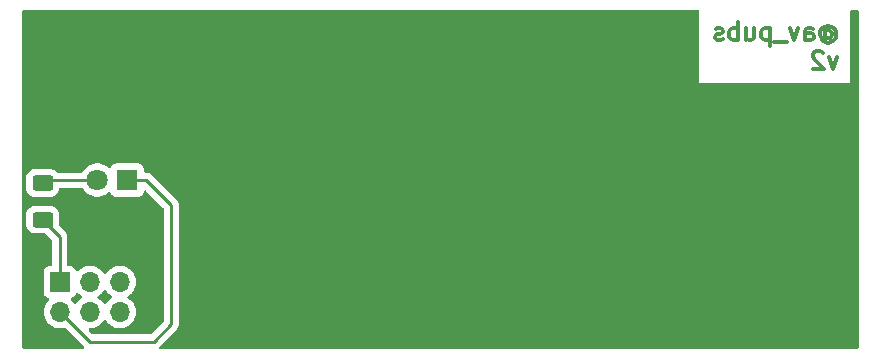
<source format=gbr>
G04 #@! TF.GenerationSoftware,KiCad,Pcbnew,(6.99.0-2452-gdb4f2d9dd8)*
G04 #@! TF.CreationDate,2022-08-02T17:30:29-05:00*
G04 #@! TF.ProjectId,Blue Origin,426c7565-204f-4726-9967-696e2e6b6963,rev?*
G04 #@! TF.SameCoordinates,Original*
G04 #@! TF.FileFunction,Copper,L2,Bot*
G04 #@! TF.FilePolarity,Positive*
%FSLAX46Y46*%
G04 Gerber Fmt 4.6, Leading zero omitted, Abs format (unit mm)*
G04 Created by KiCad (PCBNEW (6.99.0-2452-gdb4f2d9dd8)) date 2022-08-02 17:30:29*
%MOMM*%
%LPD*%
G01*
G04 APERTURE LIST*
G04 Aperture macros list*
%AMRoundRect*
0 Rectangle with rounded corners*
0 $1 Rounding radius*
0 $2 $3 $4 $5 $6 $7 $8 $9 X,Y pos of 4 corners*
0 Add a 4 corners polygon primitive as box body*
4,1,4,$2,$3,$4,$5,$6,$7,$8,$9,$2,$3,0*
0 Add four circle primitives for the rounded corners*
1,1,$1+$1,$2,$3*
1,1,$1+$1,$4,$5*
1,1,$1+$1,$6,$7*
1,1,$1+$1,$8,$9*
0 Add four rect primitives between the rounded corners*
20,1,$1+$1,$2,$3,$4,$5,0*
20,1,$1+$1,$4,$5,$6,$7,0*
20,1,$1+$1,$6,$7,$8,$9,0*
20,1,$1+$1,$8,$9,$2,$3,0*%
G04 Aperture macros list end*
%ADD10C,0.300000*%
G04 #@! TA.AperFunction,NonConductor*
%ADD11C,0.300000*%
G04 #@! TD*
G04 #@! TA.AperFunction,ComponentPad*
%ADD12R,1.800000X1.800000*%
G04 #@! TD*
G04 #@! TA.AperFunction,ComponentPad*
%ADD13C,1.800000*%
G04 #@! TD*
G04 #@! TA.AperFunction,ComponentPad*
%ADD14R,1.700000X1.700000*%
G04 #@! TD*
G04 #@! TA.AperFunction,ComponentPad*
%ADD15O,1.700000X1.700000*%
G04 #@! TD*
G04 #@! TA.AperFunction,SMDPad,CuDef*
%ADD16RoundRect,0.250000X-0.625000X0.400000X-0.625000X-0.400000X0.625000X-0.400000X0.625000X0.400000X0*%
G04 #@! TD*
G04 #@! TA.AperFunction,Conductor*
%ADD17C,0.250000*%
G04 #@! TD*
G04 APERTURE END LIST*
D10*
D11*
X167914285Y-48129285D02*
X167985714Y-48057857D01*
X167985714Y-48057857D02*
X168128571Y-47986428D01*
X168128571Y-47986428D02*
X168271428Y-47986428D01*
X168271428Y-47986428D02*
X168414285Y-48057857D01*
X168414285Y-48057857D02*
X168485714Y-48129285D01*
X168485714Y-48129285D02*
X168557142Y-48272142D01*
X168557142Y-48272142D02*
X168557142Y-48415000D01*
X168557142Y-48415000D02*
X168485714Y-48557857D01*
X168485714Y-48557857D02*
X168414285Y-48629285D01*
X168414285Y-48629285D02*
X168271428Y-48700714D01*
X168271428Y-48700714D02*
X168128571Y-48700714D01*
X168128571Y-48700714D02*
X167985714Y-48629285D01*
X167985714Y-48629285D02*
X167914285Y-48557857D01*
X167914285Y-47986428D02*
X167914285Y-48557857D01*
X167914285Y-48557857D02*
X167842857Y-48629285D01*
X167842857Y-48629285D02*
X167771428Y-48629285D01*
X167771428Y-48629285D02*
X167628571Y-48557857D01*
X167628571Y-48557857D02*
X167557142Y-48415000D01*
X167557142Y-48415000D02*
X167557142Y-48057857D01*
X167557142Y-48057857D02*
X167700000Y-47843571D01*
X167700000Y-47843571D02*
X167914285Y-47700714D01*
X167914285Y-47700714D02*
X168200000Y-47629285D01*
X168200000Y-47629285D02*
X168485714Y-47700714D01*
X168485714Y-47700714D02*
X168700000Y-47843571D01*
X168700000Y-47843571D02*
X168842857Y-48057857D01*
X168842857Y-48057857D02*
X168914285Y-48343571D01*
X168914285Y-48343571D02*
X168842857Y-48629285D01*
X168842857Y-48629285D02*
X168700000Y-48843571D01*
X168700000Y-48843571D02*
X168485714Y-48986428D01*
X168485714Y-48986428D02*
X168200000Y-49057857D01*
X168200000Y-49057857D02*
X167914285Y-48986428D01*
X167914285Y-48986428D02*
X167700000Y-48843571D01*
X166271429Y-48843571D02*
X166271429Y-48057857D01*
X166271429Y-48057857D02*
X166342857Y-47915000D01*
X166342857Y-47915000D02*
X166485714Y-47843571D01*
X166485714Y-47843571D02*
X166771429Y-47843571D01*
X166771429Y-47843571D02*
X166914286Y-47915000D01*
X166271429Y-48772142D02*
X166414286Y-48843571D01*
X166414286Y-48843571D02*
X166771429Y-48843571D01*
X166771429Y-48843571D02*
X166914286Y-48772142D01*
X166914286Y-48772142D02*
X166985714Y-48629285D01*
X166985714Y-48629285D02*
X166985714Y-48486428D01*
X166985714Y-48486428D02*
X166914286Y-48343571D01*
X166914286Y-48343571D02*
X166771429Y-48272142D01*
X166771429Y-48272142D02*
X166414286Y-48272142D01*
X166414286Y-48272142D02*
X166271429Y-48200714D01*
X165700000Y-47843571D02*
X165342857Y-48843571D01*
X165342857Y-48843571D02*
X164985714Y-47843571D01*
X164771429Y-48986428D02*
X163628571Y-48986428D01*
X163271429Y-47843571D02*
X163271429Y-49343571D01*
X163271429Y-47915000D02*
X163128572Y-47843571D01*
X163128572Y-47843571D02*
X162842857Y-47843571D01*
X162842857Y-47843571D02*
X162700000Y-47915000D01*
X162700000Y-47915000D02*
X162628572Y-47986428D01*
X162628572Y-47986428D02*
X162557143Y-48129285D01*
X162557143Y-48129285D02*
X162557143Y-48557857D01*
X162557143Y-48557857D02*
X162628572Y-48700714D01*
X162628572Y-48700714D02*
X162700000Y-48772142D01*
X162700000Y-48772142D02*
X162842857Y-48843571D01*
X162842857Y-48843571D02*
X163128572Y-48843571D01*
X163128572Y-48843571D02*
X163271429Y-48772142D01*
X161271429Y-47843571D02*
X161271429Y-48843571D01*
X161914286Y-47843571D02*
X161914286Y-48629285D01*
X161914286Y-48629285D02*
X161842857Y-48772142D01*
X161842857Y-48772142D02*
X161700000Y-48843571D01*
X161700000Y-48843571D02*
X161485714Y-48843571D01*
X161485714Y-48843571D02*
X161342857Y-48772142D01*
X161342857Y-48772142D02*
X161271429Y-48700714D01*
X160557143Y-48843571D02*
X160557143Y-47343571D01*
X160557143Y-47915000D02*
X160414286Y-47843571D01*
X160414286Y-47843571D02*
X160128571Y-47843571D01*
X160128571Y-47843571D02*
X159985714Y-47915000D01*
X159985714Y-47915000D02*
X159914286Y-47986428D01*
X159914286Y-47986428D02*
X159842857Y-48129285D01*
X159842857Y-48129285D02*
X159842857Y-48557857D01*
X159842857Y-48557857D02*
X159914286Y-48700714D01*
X159914286Y-48700714D02*
X159985714Y-48772142D01*
X159985714Y-48772142D02*
X160128571Y-48843571D01*
X160128571Y-48843571D02*
X160414286Y-48843571D01*
X160414286Y-48843571D02*
X160557143Y-48772142D01*
X159271428Y-48772142D02*
X159128571Y-48843571D01*
X159128571Y-48843571D02*
X158842857Y-48843571D01*
X158842857Y-48843571D02*
X158700000Y-48772142D01*
X158700000Y-48772142D02*
X158628571Y-48629285D01*
X158628571Y-48629285D02*
X158628571Y-48557857D01*
X158628571Y-48557857D02*
X158700000Y-48415000D01*
X158700000Y-48415000D02*
X158842857Y-48343571D01*
X158842857Y-48343571D02*
X159057143Y-48343571D01*
X159057143Y-48343571D02*
X159200000Y-48272142D01*
X159200000Y-48272142D02*
X159271428Y-48129285D01*
X159271428Y-48129285D02*
X159271428Y-48057857D01*
X159271428Y-48057857D02*
X159200000Y-47915000D01*
X159200000Y-47915000D02*
X159057143Y-47843571D01*
X159057143Y-47843571D02*
X158842857Y-47843571D01*
X158842857Y-47843571D02*
X158700000Y-47915000D01*
X168985714Y-50273571D02*
X168628571Y-51273571D01*
X168628571Y-51273571D02*
X168271428Y-50273571D01*
X167771428Y-49916428D02*
X167700000Y-49845000D01*
X167700000Y-49845000D02*
X167557143Y-49773571D01*
X167557143Y-49773571D02*
X167200000Y-49773571D01*
X167200000Y-49773571D02*
X167057143Y-49845000D01*
X167057143Y-49845000D02*
X166985714Y-49916428D01*
X166985714Y-49916428D02*
X166914285Y-50059285D01*
X166914285Y-50059285D02*
X166914285Y-50202142D01*
X166914285Y-50202142D02*
X166985714Y-50416428D01*
X166985714Y-50416428D02*
X167842857Y-51273571D01*
X167842857Y-51273571D02*
X166914285Y-51273571D01*
D12*
X108869999Y-60699999D03*
D13*
X106330000Y-60700000D03*
D14*
X103159999Y-69329999D03*
D15*
X103159999Y-71869999D03*
X105699999Y-69329999D03*
X105699999Y-71869999D03*
X108239999Y-69329999D03*
X108239999Y-71869999D03*
D16*
X101700000Y-60950000D03*
X101700000Y-64050000D03*
D17*
X112600000Y-62800000D02*
X112600000Y-72900000D01*
X112600000Y-72900000D02*
X111100000Y-74400000D01*
X108870000Y-60700000D02*
X110500000Y-60700000D01*
X110500000Y-60700000D02*
X112600000Y-62800000D01*
X111100000Y-74400000D02*
X105690000Y-74400000D01*
X105690000Y-74400000D02*
X103160000Y-71870000D01*
X101700000Y-60950000D02*
X101950000Y-60700000D01*
X101950000Y-60700000D02*
X106330000Y-60700000D01*
X103160000Y-69330000D02*
X103160000Y-65510000D01*
X103160000Y-65510000D02*
X101700000Y-64050000D01*
G04 #@! TA.AperFunction,NonConductor*
G36*
X107053226Y-70005670D02*
G01*
X107075483Y-70031357D01*
X107164278Y-70167268D01*
X107167803Y-70171097D01*
X107167806Y-70171101D01*
X107232511Y-70241388D01*
X107316760Y-70332906D01*
X107494424Y-70471189D01*
X107499005Y-70473668D01*
X107527680Y-70489186D01*
X107578071Y-70539199D01*
X107593423Y-70608516D01*
X107568863Y-70675129D01*
X107527681Y-70710813D01*
X107494424Y-70728811D01*
X107490313Y-70732010D01*
X107490311Y-70732012D01*
X107335861Y-70852227D01*
X107316760Y-70867094D01*
X107313228Y-70870931D01*
X107167806Y-71028899D01*
X107167803Y-71028903D01*
X107164278Y-71032732D01*
X107161427Y-71037096D01*
X107075483Y-71168643D01*
X107021479Y-71214732D01*
X106951132Y-71224307D01*
X106886774Y-71194330D01*
X106864517Y-71168643D01*
X106778573Y-71037096D01*
X106775722Y-71032732D01*
X106772197Y-71028903D01*
X106772194Y-71028899D01*
X106626772Y-70870931D01*
X106623240Y-70867094D01*
X106604139Y-70852227D01*
X106449689Y-70732012D01*
X106449687Y-70732010D01*
X106445576Y-70728811D01*
X106412320Y-70710814D01*
X106361929Y-70660801D01*
X106346577Y-70591484D01*
X106371137Y-70524871D01*
X106412320Y-70489186D01*
X106440995Y-70473668D01*
X106445576Y-70471189D01*
X106623240Y-70332906D01*
X106707489Y-70241388D01*
X106772194Y-70171101D01*
X106772197Y-70171097D01*
X106775722Y-70167268D01*
X106864517Y-70031357D01*
X106918521Y-69985268D01*
X106988868Y-69975693D01*
X107053226Y-70005670D01*
G37*
G04 #@! TD.AperFunction*
G04 #@! TA.AperFunction,NonConductor*
G36*
X104683439Y-70241388D02*
G01*
X104715755Y-70266638D01*
X104736526Y-70289201D01*
X104776760Y-70332906D01*
X104954424Y-70471189D01*
X104959005Y-70473668D01*
X104987680Y-70489186D01*
X105038071Y-70539199D01*
X105053423Y-70608516D01*
X105028863Y-70675129D01*
X104987681Y-70710813D01*
X104954424Y-70728811D01*
X104950313Y-70732010D01*
X104950311Y-70732012D01*
X104795861Y-70852227D01*
X104776760Y-70867094D01*
X104773228Y-70870931D01*
X104627806Y-71028899D01*
X104627803Y-71028903D01*
X104624278Y-71032732D01*
X104621427Y-71037096D01*
X104535483Y-71168643D01*
X104481479Y-71214732D01*
X104411132Y-71224307D01*
X104346774Y-71194330D01*
X104324517Y-71168643D01*
X104238573Y-71037096D01*
X104235722Y-71032732D01*
X104232197Y-71028903D01*
X104232194Y-71028899D01*
X104092525Y-70877180D01*
X104061104Y-70813515D01*
X104069091Y-70742969D01*
X104113949Y-70687940D01*
X104141191Y-70673787D01*
X104256204Y-70630889D01*
X104268536Y-70621658D01*
X104366050Y-70548659D01*
X104373261Y-70543261D01*
X104460889Y-70426204D01*
X104504998Y-70307944D01*
X104547545Y-70251108D01*
X104614065Y-70226297D01*
X104683439Y-70241388D01*
G37*
G04 #@! TD.AperFunction*
G04 #@! TA.AperFunction,NonConductor*
G36*
X157251478Y-46320502D02*
G01*
X157297971Y-46374158D01*
X157309357Y-46426500D01*
X157309357Y-52483500D01*
X170083500Y-52483500D01*
X170083500Y-46426500D01*
X170103502Y-46358379D01*
X170157158Y-46311886D01*
X170209500Y-46300500D01*
X170673500Y-46300500D01*
X170741621Y-46320502D01*
X170788114Y-46374158D01*
X170799500Y-46426500D01*
X170799500Y-74873500D01*
X170779498Y-74941621D01*
X170725842Y-74988114D01*
X170673500Y-74999500D01*
X111700594Y-74999500D01*
X111632473Y-74979498D01*
X111585980Y-74925842D01*
X111575876Y-74855568D01*
X111605370Y-74790988D01*
X111611499Y-74784405D01*
X112992247Y-73403657D01*
X113000537Y-73396113D01*
X113007018Y-73392000D01*
X113053659Y-73342332D01*
X113056413Y-73339491D01*
X113076134Y-73319770D01*
X113078612Y-73316575D01*
X113086318Y-73307553D01*
X113111158Y-73281101D01*
X113116586Y-73275321D01*
X113126346Y-73257568D01*
X113137199Y-73241045D01*
X113144753Y-73231306D01*
X113149613Y-73225041D01*
X113167176Y-73184457D01*
X113172383Y-73173827D01*
X113193695Y-73135060D01*
X113195666Y-73127383D01*
X113195668Y-73127378D01*
X113198732Y-73115442D01*
X113205138Y-73096730D01*
X113210034Y-73085417D01*
X113213181Y-73078145D01*
X113220097Y-73034481D01*
X113222504Y-73022860D01*
X113231528Y-72987711D01*
X113231528Y-72987710D01*
X113233500Y-72980030D01*
X113233500Y-72959769D01*
X113235051Y-72940058D01*
X113236979Y-72927885D01*
X113238219Y-72920057D01*
X113234059Y-72876046D01*
X113233500Y-72864189D01*
X113233500Y-62878763D01*
X113234027Y-62867579D01*
X113235701Y-62860091D01*
X113233562Y-62792032D01*
X113233500Y-62788075D01*
X113233500Y-62760144D01*
X113232994Y-62756138D01*
X113232061Y-62744292D01*
X113230922Y-62708037D01*
X113230673Y-62700110D01*
X113225022Y-62680658D01*
X113221014Y-62661306D01*
X113219468Y-62649068D01*
X113219467Y-62649066D01*
X113218474Y-62641203D01*
X113202194Y-62600086D01*
X113198359Y-62588885D01*
X113186018Y-62546406D01*
X113181985Y-62539587D01*
X113181983Y-62539582D01*
X113175707Y-62528971D01*
X113167010Y-62511221D01*
X113159552Y-62492383D01*
X113133571Y-62456623D01*
X113127053Y-62446701D01*
X113108578Y-62415460D01*
X113108574Y-62415455D01*
X113104542Y-62408637D01*
X113090218Y-62394313D01*
X113077376Y-62379278D01*
X113065472Y-62362893D01*
X113031406Y-62334711D01*
X113022627Y-62326722D01*
X111003652Y-60307747D01*
X110996112Y-60299461D01*
X110992000Y-60292982D01*
X110942348Y-60246356D01*
X110939507Y-60243602D01*
X110919770Y-60223865D01*
X110916573Y-60221385D01*
X110907551Y-60213680D01*
X110881100Y-60188841D01*
X110875321Y-60183414D01*
X110868375Y-60179595D01*
X110868372Y-60179593D01*
X110857566Y-60173652D01*
X110841047Y-60162801D01*
X110840583Y-60162441D01*
X110825041Y-60150386D01*
X110817772Y-60147241D01*
X110817768Y-60147238D01*
X110784463Y-60132826D01*
X110773813Y-60127609D01*
X110735060Y-60106305D01*
X110715437Y-60101267D01*
X110696734Y-60094863D01*
X110685420Y-60089967D01*
X110685419Y-60089967D01*
X110678145Y-60086819D01*
X110670322Y-60085580D01*
X110670312Y-60085577D01*
X110634476Y-60079901D01*
X110622856Y-60077495D01*
X110587711Y-60068472D01*
X110587710Y-60068472D01*
X110580030Y-60066500D01*
X110559776Y-60066500D01*
X110540065Y-60064949D01*
X110527886Y-60063020D01*
X110520057Y-60061780D01*
X110512165Y-60062526D01*
X110476039Y-60065941D01*
X110464181Y-60066500D01*
X110404500Y-60066500D01*
X110336379Y-60046498D01*
X110289886Y-59992842D01*
X110278500Y-59940500D01*
X110278500Y-59751362D01*
X110271989Y-59690799D01*
X110220889Y-59553796D01*
X110133261Y-59436739D01*
X110016204Y-59349111D01*
X109879201Y-59298011D01*
X109842295Y-59294043D01*
X109821988Y-59291860D01*
X109821985Y-59291860D01*
X109818638Y-59291500D01*
X107921362Y-59291500D01*
X107918015Y-59291860D01*
X107918012Y-59291860D01*
X107897705Y-59294043D01*
X107860799Y-59298011D01*
X107723796Y-59349111D01*
X107606739Y-59436739D01*
X107519111Y-59553796D01*
X107515963Y-59562237D01*
X107515961Y-59562241D01*
X107495638Y-59616726D01*
X107453091Y-59673561D01*
X107386571Y-59698371D01*
X107317197Y-59683279D01*
X107292248Y-59665395D01*
X107290747Y-59664014D01*
X107287220Y-59660182D01*
X107103017Y-59516810D01*
X106968383Y-59443950D01*
X106902312Y-59408194D01*
X106902309Y-59408193D01*
X106897727Y-59405713D01*
X106676951Y-59329920D01*
X106671817Y-59329063D01*
X106671812Y-59329062D01*
X106451849Y-59292357D01*
X106451846Y-59292357D01*
X106446712Y-59291500D01*
X106213288Y-59291500D01*
X106208154Y-59292357D01*
X106208151Y-59292357D01*
X105988188Y-59329062D01*
X105988183Y-59329063D01*
X105983049Y-59329920D01*
X105762273Y-59405713D01*
X105757691Y-59408193D01*
X105757688Y-59408194D01*
X105691617Y-59443950D01*
X105556983Y-59516810D01*
X105552872Y-59520009D01*
X105552870Y-59520011D01*
X105376898Y-59656976D01*
X105376892Y-59656981D01*
X105372780Y-59660182D01*
X105369248Y-59664019D01*
X105218214Y-59828084D01*
X105218211Y-59828088D01*
X105214686Y-59831917D01*
X105211835Y-59836281D01*
X105098721Y-60009415D01*
X105044718Y-60055504D01*
X104993238Y-60066500D01*
X102966372Y-60066500D01*
X102898251Y-60046498D01*
X102877277Y-60029595D01*
X102798652Y-59950970D01*
X102647738Y-59857885D01*
X102557803Y-59828084D01*
X102485952Y-59804275D01*
X102485948Y-59804274D01*
X102479426Y-59802113D01*
X102472592Y-59801415D01*
X102472588Y-59801414D01*
X102378729Y-59791825D01*
X102378723Y-59791825D01*
X102375545Y-59791500D01*
X101700106Y-59791500D01*
X101024456Y-59791501D01*
X101021279Y-59791826D01*
X101021270Y-59791826D01*
X100972533Y-59796805D01*
X100920574Y-59802113D01*
X100752262Y-59857885D01*
X100601348Y-59950970D01*
X100475970Y-60076348D01*
X100472117Y-60082595D01*
X100472116Y-60082596D01*
X100444355Y-60127604D01*
X100382885Y-60227262D01*
X100327113Y-60395574D01*
X100316500Y-60499455D01*
X100316501Y-61400544D01*
X100327113Y-61504426D01*
X100382885Y-61672738D01*
X100426234Y-61743018D01*
X100451065Y-61783274D01*
X100475970Y-61823652D01*
X100601348Y-61949030D01*
X100607595Y-61952883D01*
X100607596Y-61952884D01*
X100663829Y-61987569D01*
X100752262Y-62042115D01*
X100778741Y-62050889D01*
X100914048Y-62095725D01*
X100914052Y-62095726D01*
X100920574Y-62097887D01*
X100927408Y-62098585D01*
X100927412Y-62098586D01*
X101021271Y-62108175D01*
X101021277Y-62108175D01*
X101024455Y-62108500D01*
X101699894Y-62108500D01*
X102375544Y-62108499D01*
X102378721Y-62108174D01*
X102378730Y-62108174D01*
X102427467Y-62103195D01*
X102479426Y-62097887D01*
X102647738Y-62042115D01*
X102736171Y-61987569D01*
X102792404Y-61952884D01*
X102792405Y-61952883D01*
X102798652Y-61949030D01*
X102924030Y-61823652D01*
X102948936Y-61783274D01*
X102973766Y-61743018D01*
X103017115Y-61672738D01*
X103045443Y-61587247D01*
X103070725Y-61510952D01*
X103070726Y-61510948D01*
X103072887Y-61504426D01*
X103078785Y-61446693D01*
X103105607Y-61380959D01*
X103163710Y-61340160D01*
X103204133Y-61333500D01*
X104993238Y-61333500D01*
X105061359Y-61353502D01*
X105098721Y-61390585D01*
X105214686Y-61568083D01*
X105218211Y-61571912D01*
X105218214Y-61571916D01*
X105288842Y-61648638D01*
X105372780Y-61739818D01*
X105376891Y-61743018D01*
X105376898Y-61743024D01*
X105518732Y-61853418D01*
X105556983Y-61883190D01*
X105561564Y-61885669D01*
X105704942Y-61963261D01*
X105762273Y-61994287D01*
X105983049Y-62070080D01*
X105988183Y-62070937D01*
X105988188Y-62070938D01*
X106208151Y-62107643D01*
X106208154Y-62107643D01*
X106213288Y-62108500D01*
X106446712Y-62108500D01*
X106451846Y-62107643D01*
X106451849Y-62107643D01*
X106671812Y-62070938D01*
X106671817Y-62070937D01*
X106676951Y-62070080D01*
X106897727Y-61994287D01*
X106955059Y-61963261D01*
X107098436Y-61885669D01*
X107103017Y-61883190D01*
X107287220Y-61739818D01*
X107290747Y-61735986D01*
X107292248Y-61734605D01*
X107355914Y-61703185D01*
X107426459Y-61711174D01*
X107481487Y-61756034D01*
X107495638Y-61783274D01*
X107508369Y-61817404D01*
X107519111Y-61846204D01*
X107606739Y-61963261D01*
X107723796Y-62050889D01*
X107860799Y-62101989D01*
X107897705Y-62105957D01*
X107918012Y-62108140D01*
X107918015Y-62108140D01*
X107921362Y-62108500D01*
X109818638Y-62108500D01*
X109821985Y-62108140D01*
X109821988Y-62108140D01*
X109842295Y-62105957D01*
X109879201Y-62101989D01*
X110016204Y-62050889D01*
X110133261Y-61963261D01*
X110220889Y-61846204D01*
X110271989Y-61709201D01*
X110276970Y-61662872D01*
X110304140Y-61597280D01*
X110362458Y-61556790D01*
X110433409Y-61554256D01*
X110491343Y-61587247D01*
X111929595Y-63025499D01*
X111963621Y-63087811D01*
X111966500Y-63114594D01*
X111966500Y-72585405D01*
X111946498Y-72653526D01*
X111929595Y-72674500D01*
X110874500Y-73729595D01*
X110812188Y-73763621D01*
X110785405Y-73766500D01*
X106004595Y-73766500D01*
X105936474Y-73746498D01*
X105915500Y-73729595D01*
X105629500Y-73443595D01*
X105595474Y-73381283D01*
X105600539Y-73310468D01*
X105643086Y-73253632D01*
X105709606Y-73228821D01*
X105718595Y-73228500D01*
X105812569Y-73228500D01*
X105817704Y-73227643D01*
X105817706Y-73227643D01*
X106029496Y-73192302D01*
X106029501Y-73192301D01*
X106034635Y-73191444D01*
X106247574Y-73118342D01*
X106308415Y-73085417D01*
X106440995Y-73013668D01*
X106445576Y-73011189D01*
X106475741Y-72987711D01*
X106619121Y-72876112D01*
X106623240Y-72872906D01*
X106670640Y-72821417D01*
X106772194Y-72711101D01*
X106772197Y-72711097D01*
X106775722Y-72707268D01*
X106864517Y-72571357D01*
X106918521Y-72525268D01*
X106988868Y-72515693D01*
X107053226Y-72545670D01*
X107075483Y-72571357D01*
X107164278Y-72707268D01*
X107167803Y-72711097D01*
X107167806Y-72711101D01*
X107269360Y-72821417D01*
X107316760Y-72872906D01*
X107320879Y-72876112D01*
X107464260Y-72987711D01*
X107494424Y-73011189D01*
X107499005Y-73013668D01*
X107631586Y-73085417D01*
X107692426Y-73118342D01*
X107905365Y-73191444D01*
X107910499Y-73192301D01*
X107910504Y-73192302D01*
X108122294Y-73227643D01*
X108122296Y-73227643D01*
X108127431Y-73228500D01*
X108352569Y-73228500D01*
X108357704Y-73227643D01*
X108357706Y-73227643D01*
X108569496Y-73192302D01*
X108569501Y-73192301D01*
X108574635Y-73191444D01*
X108787574Y-73118342D01*
X108848415Y-73085417D01*
X108980995Y-73013668D01*
X108985576Y-73011189D01*
X109015741Y-72987711D01*
X109159121Y-72876112D01*
X109163240Y-72872906D01*
X109210640Y-72821417D01*
X109312194Y-72711101D01*
X109312197Y-72711097D01*
X109315722Y-72707268D01*
X109421299Y-72545670D01*
X109436008Y-72523157D01*
X109436010Y-72523153D01*
X109438860Y-72518791D01*
X109529296Y-72312616D01*
X109584564Y-72094368D01*
X109603156Y-71870000D01*
X109584564Y-71645632D01*
X109529296Y-71427384D01*
X109438860Y-71221209D01*
X109434629Y-71214732D01*
X109318573Y-71037096D01*
X109315722Y-71032732D01*
X109312197Y-71028903D01*
X109312194Y-71028899D01*
X109166772Y-70870931D01*
X109163240Y-70867094D01*
X109144139Y-70852227D01*
X108989689Y-70732012D01*
X108989687Y-70732010D01*
X108985576Y-70728811D01*
X108952320Y-70710814D01*
X108901929Y-70660801D01*
X108886577Y-70591484D01*
X108911137Y-70524871D01*
X108952320Y-70489186D01*
X108980995Y-70473668D01*
X108985576Y-70471189D01*
X109163240Y-70332906D01*
X109247489Y-70241388D01*
X109312194Y-70171101D01*
X109312197Y-70171097D01*
X109315722Y-70167268D01*
X109421299Y-70005670D01*
X109436008Y-69983157D01*
X109436010Y-69983153D01*
X109438860Y-69978791D01*
X109529296Y-69772616D01*
X109584564Y-69554368D01*
X109603156Y-69330000D01*
X109584564Y-69105632D01*
X109529296Y-68887384D01*
X109438860Y-68681209D01*
X109434629Y-68674732D01*
X109318573Y-68497096D01*
X109315722Y-68492732D01*
X109312197Y-68488903D01*
X109312194Y-68488899D01*
X109166772Y-68330931D01*
X109163240Y-68327094D01*
X108985576Y-68188811D01*
X108787574Y-68081658D01*
X108574635Y-68008556D01*
X108569501Y-68007699D01*
X108569496Y-68007698D01*
X108357706Y-67972357D01*
X108357704Y-67972357D01*
X108352569Y-67971500D01*
X108127431Y-67971500D01*
X108122296Y-67972357D01*
X108122294Y-67972357D01*
X107910504Y-68007698D01*
X107910499Y-68007699D01*
X107905365Y-68008556D01*
X107692426Y-68081658D01*
X107494424Y-68188811D01*
X107316760Y-68327094D01*
X107313228Y-68330931D01*
X107167806Y-68488899D01*
X107167803Y-68488903D01*
X107164278Y-68492732D01*
X107161427Y-68497096D01*
X107075483Y-68628643D01*
X107021479Y-68674732D01*
X106951132Y-68684307D01*
X106886774Y-68654330D01*
X106864517Y-68628643D01*
X106778573Y-68497096D01*
X106775722Y-68492732D01*
X106772197Y-68488903D01*
X106772194Y-68488899D01*
X106626772Y-68330931D01*
X106623240Y-68327094D01*
X106445576Y-68188811D01*
X106247574Y-68081658D01*
X106034635Y-68008556D01*
X106029501Y-68007699D01*
X106029496Y-68007698D01*
X105817706Y-67972357D01*
X105817704Y-67972357D01*
X105812569Y-67971500D01*
X105587431Y-67971500D01*
X105582296Y-67972357D01*
X105582294Y-67972357D01*
X105370504Y-68007698D01*
X105370499Y-68007699D01*
X105365365Y-68008556D01*
X105152426Y-68081658D01*
X104954424Y-68188811D01*
X104776760Y-68327094D01*
X104773228Y-68330931D01*
X104715755Y-68393362D01*
X104654901Y-68429933D01*
X104583937Y-68427798D01*
X104525392Y-68387636D01*
X104504998Y-68352056D01*
X104464038Y-68242239D01*
X104464037Y-68242237D01*
X104460889Y-68233796D01*
X104373261Y-68116739D01*
X104256204Y-68029111D01*
X104119201Y-67978011D01*
X104082295Y-67974043D01*
X104061988Y-67971860D01*
X104061985Y-67971860D01*
X104058638Y-67971500D01*
X103919500Y-67971500D01*
X103851379Y-67951498D01*
X103804886Y-67897842D01*
X103793500Y-67845500D01*
X103793500Y-65588767D01*
X103794027Y-65577584D01*
X103795702Y-65570091D01*
X103793562Y-65502000D01*
X103793500Y-65498043D01*
X103793500Y-65470144D01*
X103792996Y-65466153D01*
X103792063Y-65454311D01*
X103790923Y-65418036D01*
X103790674Y-65410111D01*
X103788462Y-65402497D01*
X103788461Y-65402492D01*
X103785023Y-65390659D01*
X103781012Y-65371295D01*
X103779467Y-65359064D01*
X103778474Y-65351203D01*
X103775557Y-65343836D01*
X103775556Y-65343831D01*
X103762198Y-65310092D01*
X103758354Y-65298865D01*
X103748230Y-65264022D01*
X103746018Y-65256407D01*
X103735707Y-65238972D01*
X103727012Y-65221224D01*
X103719552Y-65202383D01*
X103693564Y-65166613D01*
X103687048Y-65156693D01*
X103668580Y-65125465D01*
X103668578Y-65125462D01*
X103664542Y-65118638D01*
X103650221Y-65104317D01*
X103637380Y-65089283D01*
X103630131Y-65079306D01*
X103625472Y-65072893D01*
X103619368Y-65067843D01*
X103619363Y-65067838D01*
X103591402Y-65044707D01*
X103582621Y-65036717D01*
X103120404Y-64574499D01*
X103086379Y-64512187D01*
X103083500Y-64485404D01*
X103083499Y-63602662D01*
X103083499Y-63599456D01*
X103072887Y-63495574D01*
X103017115Y-63327262D01*
X102924030Y-63176348D01*
X102798652Y-63050970D01*
X102647738Y-62957885D01*
X102584193Y-62936829D01*
X102485952Y-62904275D01*
X102485948Y-62904274D01*
X102479426Y-62902113D01*
X102472592Y-62901415D01*
X102472588Y-62901414D01*
X102378729Y-62891825D01*
X102378723Y-62891825D01*
X102375545Y-62891500D01*
X101700106Y-62891500D01*
X101024456Y-62891501D01*
X101021279Y-62891826D01*
X101021270Y-62891826D01*
X100972533Y-62896805D01*
X100920574Y-62902113D01*
X100752262Y-62957885D01*
X100601348Y-63050970D01*
X100475970Y-63176348D01*
X100382885Y-63327262D01*
X100327113Y-63495574D01*
X100316500Y-63599455D01*
X100316501Y-64500544D01*
X100327113Y-64604426D01*
X100382885Y-64772738D01*
X100475970Y-64923652D01*
X100601348Y-65049030D01*
X100752262Y-65142115D01*
X100811693Y-65161808D01*
X100914048Y-65195725D01*
X100914052Y-65195726D01*
X100920574Y-65197887D01*
X100927408Y-65198585D01*
X100927412Y-65198586D01*
X101021271Y-65208175D01*
X101021277Y-65208175D01*
X101024455Y-65208500D01*
X101078732Y-65208500D01*
X101910404Y-65208499D01*
X101978525Y-65228501D01*
X101999500Y-65245404D01*
X102489596Y-65735501D01*
X102523621Y-65797813D01*
X102526500Y-65824596D01*
X102526500Y-67845500D01*
X102506498Y-67913621D01*
X102452842Y-67960114D01*
X102400500Y-67971500D01*
X102261362Y-67971500D01*
X102258015Y-67971860D01*
X102258012Y-67971860D01*
X102237705Y-67974043D01*
X102200799Y-67978011D01*
X102063796Y-68029111D01*
X101946739Y-68116739D01*
X101859111Y-68233796D01*
X101808011Y-68370799D01*
X101801500Y-68431362D01*
X101801500Y-70228638D01*
X101808011Y-70289201D01*
X101859111Y-70426204D01*
X101946739Y-70543261D01*
X101953950Y-70548659D01*
X102051465Y-70621658D01*
X102063796Y-70630889D01*
X102178808Y-70673787D01*
X102235642Y-70716333D01*
X102260453Y-70782853D01*
X102245361Y-70852227D01*
X102227475Y-70877180D01*
X102087806Y-71028899D01*
X102087803Y-71028903D01*
X102084278Y-71032732D01*
X102081427Y-71037096D01*
X101965372Y-71214732D01*
X101961140Y-71221209D01*
X101870704Y-71427384D01*
X101815436Y-71645632D01*
X101796844Y-71870000D01*
X101815436Y-72094368D01*
X101870704Y-72312616D01*
X101961140Y-72518791D01*
X101963990Y-72523153D01*
X101963992Y-72523157D01*
X101978701Y-72545670D01*
X102084278Y-72707268D01*
X102087803Y-72711097D01*
X102087806Y-72711101D01*
X102189360Y-72821417D01*
X102236760Y-72872906D01*
X102240879Y-72876112D01*
X102384260Y-72987711D01*
X102414424Y-73011189D01*
X102419005Y-73013668D01*
X102551586Y-73085417D01*
X102612426Y-73118342D01*
X102825365Y-73191444D01*
X102830499Y-73192301D01*
X102830504Y-73192302D01*
X103042294Y-73227643D01*
X103042296Y-73227643D01*
X103047431Y-73228500D01*
X103272569Y-73228500D01*
X103277704Y-73227643D01*
X103277706Y-73227643D01*
X103489501Y-73192301D01*
X103489504Y-73192300D01*
X103494635Y-73191444D01*
X103497924Y-73190315D01*
X103568364Y-73192965D01*
X103617442Y-73223346D01*
X105178501Y-74784405D01*
X105212527Y-74846717D01*
X105207462Y-74917532D01*
X105164915Y-74974368D01*
X105098395Y-74999179D01*
X105089406Y-74999500D01*
X100126500Y-74999500D01*
X100058379Y-74979498D01*
X100011886Y-74925842D01*
X100000500Y-74873500D01*
X100000500Y-46426500D01*
X100020502Y-46358379D01*
X100074158Y-46311886D01*
X100126500Y-46300500D01*
X157183357Y-46300500D01*
X157251478Y-46320502D01*
G37*
G04 #@! TD.AperFunction*
M02*

</source>
